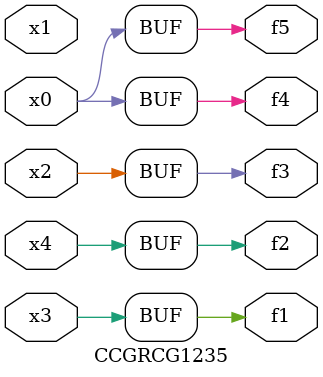
<source format=v>
module CCGRCG1235(
	input x0, x1, x2, x3, x4,
	output f1, f2, f3, f4, f5
);
	assign f1 = x3;
	assign f2 = x4;
	assign f3 = x2;
	assign f4 = x0;
	assign f5 = x0;
endmodule

</source>
